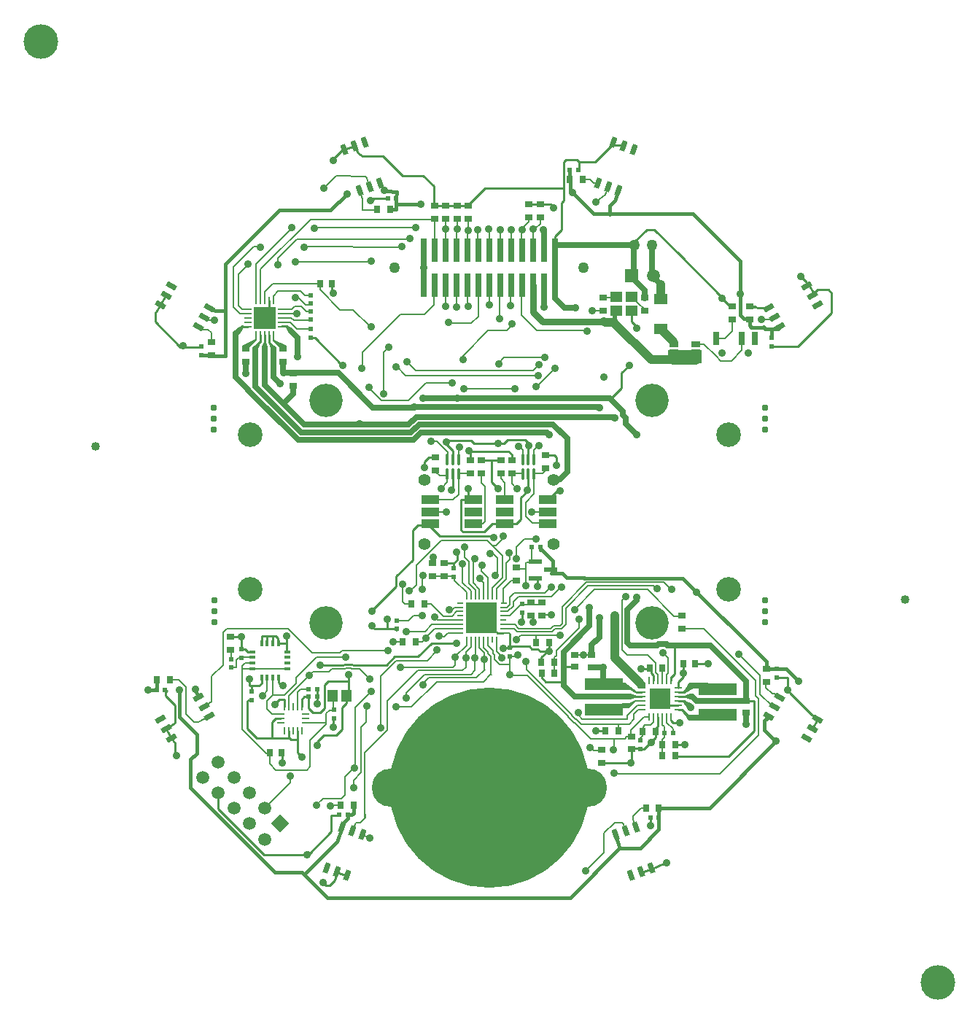
<source format=gtl>
%FSLAX25Y25*%
%MOIN*%
G70*
G01*
G75*
G04 Layer_Physical_Order=1*
G04 Layer_Color=255*
%ADD10R,0.03543X0.02756*%
%ADD11R,0.02756X0.03543*%
%ADD12R,0.01969X0.02362*%
%ADD13R,0.02362X0.01969*%
%ADD14R,0.07874X0.03937*%
G04:AMPARAMS|DCode=15|XSize=24mil|YSize=47mil|CornerRadius=0mil|HoleSize=0mil|Usage=FLASHONLY|Rotation=200.000|XOffset=0mil|YOffset=0mil|HoleType=Round|Shape=Rectangle|*
%AMROTATEDRECTD15*
4,1,4,0.00324,0.02619,0.01931,-0.01798,-0.00324,-0.02619,-0.01931,0.01798,0.00324,0.02619,0.0*
%
%ADD15ROTATEDRECTD15*%

G04:AMPARAMS|DCode=16|XSize=24mil|YSize=47mil|CornerRadius=0mil|HoleSize=0mil|Usage=FLASHONLY|Rotation=340.000|XOffset=0mil|YOffset=0mil|HoleType=Round|Shape=Rectangle|*
%AMROTATEDRECTD16*
4,1,4,-0.01931,-0.01798,-0.00324,0.02619,0.01931,0.01798,0.00324,-0.02619,-0.01931,-0.01798,0.0*
%
%ADD16ROTATEDRECTD16*%

G04:AMPARAMS|DCode=17|XSize=24mil|YSize=47mil|CornerRadius=0mil|HoleSize=0mil|Usage=FLASHONLY|Rotation=120.000|XOffset=0mil|YOffset=0mil|HoleType=Round|Shape=Rectangle|*
%AMROTATEDRECTD17*
4,1,4,0.02635,0.00136,-0.01435,-0.02214,-0.02635,-0.00136,0.01435,0.02214,0.02635,0.00136,0.0*
%
%ADD17ROTATEDRECTD17*%

%ADD18R,0.03543X0.03150*%
%ADD19R,0.03150X0.03543*%
%ADD20R,0.17300X0.05650*%
%ADD21O,0.01378X0.05906*%
G04:AMPARAMS|DCode=22|XSize=24mil|YSize=47mil|CornerRadius=0mil|HoleSize=0mil|Usage=FLASHONLY|Rotation=240.000|XOffset=0mil|YOffset=0mil|HoleType=Round|Shape=Rectangle|*
%AMROTATEDRECTD22*
4,1,4,-0.01435,0.02214,0.02635,-0.00136,0.01435,-0.02214,-0.02635,0.00136,-0.01435,0.02214,0.0*
%
%ADD22ROTATEDRECTD22*%

%ADD23R,0.05512X0.04724*%
%ADD24C,0.04000*%
%ADD25R,0.06299X0.05118*%
%ADD26R,0.02913X0.11004*%
%ADD27R,0.04724X0.05512*%
%ADD28R,0.03150X0.01181*%
%ADD29R,0.01181X0.03150*%
%ADD30O,0.03347X0.00984*%
%ADD31O,0.00984X0.03347*%
%ADD32O,0.03150X0.00984*%
%ADD33O,0.00984X0.03150*%
%ADD34R,0.14173X0.14173*%
%ADD35R,0.09843X0.09843*%
%ADD36O,0.00984X0.03740*%
%ADD37O,0.03740X0.00984*%
%ADD38R,0.09449X0.09449*%
%ADD39R,0.05906X0.02362*%
%ADD40R,0.04000X0.02800*%
%ADD41R,0.02756X0.05906*%
%ADD42C,0.02500*%
%ADD43C,0.04000*%
%ADD44C,0.00800*%
%ADD45C,0.01500*%
%ADD46C,0.01000*%
%ADD47C,0.03000*%
%ADD48C,0.02000*%
%ADD49R,0.15800X0.06400*%
%ADD50C,0.15800*%
%ADD51C,0.03100*%
%ADD52C,0.05512*%
%ADD53C,0.05000*%
%ADD54R,0.05906X0.05906*%
%ADD55C,0.05906*%
%ADD56P,0.08352X4X180.0*%
%ADD57C,0.03543*%
%ADD58C,0.03500*%
%ADD59C,0.11200*%
%ADD60C,0.15200*%
%ADD61C,0.17500*%
%ADD62C,0.91500*%
%ADD63C,0.02598*%
G36*
X492566Y314400D02*
X491900D01*
X488400Y315600D01*
X491666Y316800D01*
X492566D01*
Y314400D01*
D02*
G37*
G36*
X493300Y319200D02*
X489000Y317100D01*
X488900Y318000D01*
X491300Y321500D01*
X493500Y321600D01*
X493300Y319200D01*
D02*
G37*
G36*
X467300Y318100D02*
X466800Y317200D01*
X464300Y318500D01*
X459650D01*
Y322100D01*
X462200D01*
X467300Y318100D01*
D02*
G37*
G36*
X468932Y315600D02*
X464400Y314400D01*
X462600D01*
Y316800D01*
X464300D01*
X468932Y315600D01*
D02*
G37*
G36*
X491800Y307000D02*
X492000Y305000D01*
X491000Y304900D01*
X487700Y309300D01*
X488300Y310000D01*
X491800Y307000D01*
D02*
G37*
G36*
X492900Y312200D02*
X493100Y309800D01*
X490900Y309900D01*
X488500Y313400D01*
X489100Y314100D01*
X492900Y312200D01*
D02*
G37*
G36*
X467000Y313300D02*
X463900Y310300D01*
X460750D01*
X460850Y312500D01*
X464200D01*
X466700Y314000D01*
X467000Y313300D01*
D02*
G37*
G36*
X471600Y321900D02*
Y319500D01*
X467950D01*
Y321651D01*
X469900Y323550D01*
X471600Y321900D01*
D02*
G37*
G36*
X307500Y475900D02*
X304700Y475600D01*
X304000Y475300D01*
X301100Y478300D01*
X301800Y478700D01*
X307500Y475900D01*
D02*
G37*
G36*
X287800Y484300D02*
X286700Y482200D01*
X286200Y481800D01*
X284500Y483600D01*
X287000Y485300D01*
X287800D01*
Y484300D01*
D02*
G37*
G36*
X310300Y483600D02*
X308600Y481800D01*
X308100Y482200D01*
X307000Y484300D01*
Y485300D01*
X307800D01*
X310300Y483600D01*
D02*
G37*
G36*
X293900Y478500D02*
X290500Y475100D01*
X287100Y475900D01*
X293200Y478900D01*
X293900Y478500D01*
D02*
G37*
G36*
X298650Y475100D02*
Y474650D01*
X296150D01*
Y475150D01*
X297000Y477500D01*
X298000D01*
X298650Y475100D01*
D02*
G37*
G36*
X295850Y477500D02*
X294600Y474700D01*
X292200D01*
Y475300D01*
X294900Y477900D01*
X295850Y477500D01*
D02*
G37*
G36*
X302600Y475400D02*
Y474800D01*
X300200D01*
X299000Y477650D01*
X299900Y478000D01*
X302600Y475400D01*
D02*
G37*
D10*
X423500Y534547D02*
D03*
Y540453D02*
D03*
X418000Y534547D02*
D03*
Y540453D02*
D03*
X488150Y352553D02*
D03*
Y346647D02*
D03*
X379600Y370597D02*
D03*
Y376503D02*
D03*
X391400Y417547D02*
D03*
Y423453D02*
D03*
X396400Y417547D02*
D03*
Y423453D02*
D03*
X375400Y424953D02*
D03*
Y419047D02*
D03*
X425900Y425953D02*
D03*
Y420047D02*
D03*
X451600Y285447D02*
D03*
Y291353D02*
D03*
X273000Y477453D02*
D03*
Y471547D02*
D03*
X526750Y322447D02*
D03*
Y328353D02*
D03*
X519000Y493953D02*
D03*
Y488047D02*
D03*
X281950Y342953D02*
D03*
Y337047D02*
D03*
X405400Y417547D02*
D03*
Y423453D02*
D03*
X410400Y423453D02*
D03*
Y417547D02*
D03*
X288800Y474553D02*
D03*
Y468647D02*
D03*
X305800Y474553D02*
D03*
Y468647D02*
D03*
X375000Y534047D02*
D03*
Y539953D02*
D03*
X380000Y534047D02*
D03*
Y539953D02*
D03*
X385500Y534047D02*
D03*
Y539953D02*
D03*
X390500Y534047D02*
D03*
Y539953D02*
D03*
X419000Y358453D02*
D03*
Y352547D02*
D03*
X374200Y370597D02*
D03*
Y376503D02*
D03*
X511000Y488047D02*
D03*
Y493953D02*
D03*
X452000Y492047D02*
D03*
Y497953D02*
D03*
X471000Y497953D02*
D03*
Y492047D02*
D03*
X412500Y374453D02*
D03*
Y368547D02*
D03*
X424000Y358453D02*
D03*
Y352547D02*
D03*
D11*
X364547Y358000D02*
D03*
X370453D02*
D03*
X429853Y331350D02*
D03*
X423947D02*
D03*
X423997Y326300D02*
D03*
X429903D02*
D03*
X475953Y299500D02*
D03*
X470047D02*
D03*
X484953Y288500D02*
D03*
X479047D02*
D03*
X479047Y293500D02*
D03*
X484953D02*
D03*
X348797Y538350D02*
D03*
X354703D02*
D03*
X254053Y323200D02*
D03*
X248147D02*
D03*
X332047Y266000D02*
D03*
X337953D02*
D03*
X471697Y264750D02*
D03*
X477603D02*
D03*
X442853Y551800D02*
D03*
X436947D02*
D03*
X479203Y328500D02*
D03*
X473297D02*
D03*
X366303Y340650D02*
D03*
X360397D02*
D03*
X453047Y300000D02*
D03*
X458953D02*
D03*
X427403Y340450D02*
D03*
X421497D02*
D03*
D12*
X357900Y346481D02*
D03*
Y350418D02*
D03*
X383650Y374319D02*
D03*
Y370381D02*
D03*
X318431Y491731D02*
D03*
Y487794D02*
D03*
X318400Y483669D02*
D03*
Y479731D02*
D03*
X268500Y471531D02*
D03*
Y475468D02*
D03*
X531400Y328219D02*
D03*
Y324282D02*
D03*
X529000Y479468D02*
D03*
Y475531D02*
D03*
X286800Y337268D02*
D03*
Y333331D02*
D03*
X282250Y332769D02*
D03*
Y328832D02*
D03*
X291500Y317969D02*
D03*
Y314032D02*
D03*
X329000Y309469D02*
D03*
Y305532D02*
D03*
X409500Y334032D02*
D03*
Y337968D02*
D03*
X318300Y499068D02*
D03*
Y495131D02*
D03*
X469000Y295468D02*
D03*
Y291531D02*
D03*
X415000Y354031D02*
D03*
Y357968D02*
D03*
D13*
X423468Y384000D02*
D03*
X419531D02*
D03*
X321468Y319000D02*
D03*
X317531D02*
D03*
X321468Y315500D02*
D03*
X317531D02*
D03*
X357618Y543350D02*
D03*
X353681D02*
D03*
X247982Y318550D02*
D03*
X251919Y318550D02*
D03*
X335469Y261500D02*
D03*
X331532D02*
D03*
X477619Y260250D02*
D03*
X473681D02*
D03*
X436932Y556300D02*
D03*
X440869D02*
D03*
X483968Y299000D02*
D03*
X480031D02*
D03*
D14*
X407063Y405512D02*
D03*
X426748D02*
D03*
Y400000D02*
D03*
X407063D02*
D03*
X426748Y394488D02*
D03*
X407063D02*
D03*
X392937D02*
D03*
X373252D02*
D03*
Y400000D02*
D03*
X392937D02*
D03*
X373252Y405512D02*
D03*
X392937D02*
D03*
D15*
X343278Y569107D02*
D03*
X350119Y550313D02*
D03*
X345420Y548603D02*
D03*
X340722Y546893D02*
D03*
X338580Y567397D02*
D03*
X333881Y565687D02*
D03*
X464722Y233893D02*
D03*
X457881Y252687D02*
D03*
X462580Y254397D02*
D03*
X467278Y256107D02*
D03*
X469420Y235603D02*
D03*
X474119Y237313D02*
D03*
D16*
X325881D02*
D03*
X332722Y256107D02*
D03*
X337420Y254397D02*
D03*
X342119Y252687D02*
D03*
X330580Y235603D02*
D03*
X335278Y233893D02*
D03*
X466119Y565687D02*
D03*
X459278Y546893D02*
D03*
X454580Y548603D02*
D03*
X449881Y550313D02*
D03*
X461420Y567397D02*
D03*
X456722Y569107D02*
D03*
D17*
X550160Y494670D02*
D03*
X532840Y484670D02*
D03*
X530340Y489000D02*
D03*
X527840Y493330D02*
D03*
X547660Y499000D02*
D03*
X545160Y503330D02*
D03*
X249840Y305330D02*
D03*
X267160Y315330D02*
D03*
X269660Y311000D02*
D03*
X272160Y306670D02*
D03*
X252340Y301000D02*
D03*
X254840Y296670D02*
D03*
D18*
X310500Y463256D02*
D03*
Y457744D02*
D03*
X446950Y334606D02*
D03*
Y329094D02*
D03*
X465000Y297256D02*
D03*
Y291744D02*
D03*
X517500Y308244D02*
D03*
Y313756D02*
D03*
X439050Y334706D02*
D03*
Y329194D02*
D03*
D19*
X305256Y289800D02*
D03*
X299744D02*
D03*
X494256Y330500D02*
D03*
X488744D02*
D03*
X322744Y504200D02*
D03*
X328256D02*
D03*
D20*
X504600Y307275D02*
D03*
Y318925D02*
D03*
X452500Y309675D02*
D03*
Y321325D02*
D03*
D21*
X415341Y417154D02*
D03*
X417900D02*
D03*
X420459D02*
D03*
X415341Y423846D02*
D03*
X417900D02*
D03*
X420459D02*
D03*
X380941Y417154D02*
D03*
X383500D02*
D03*
X386059D02*
D03*
X380941Y423846D02*
D03*
X383500D02*
D03*
X386059D02*
D03*
D22*
X254840Y503330D02*
D03*
X272160Y493330D02*
D03*
X269660Y489000D02*
D03*
X267160Y484670D02*
D03*
X252340Y499000D02*
D03*
X249840Y494670D02*
D03*
X545160Y296670D02*
D03*
X527840Y306670D02*
D03*
X530340Y311000D02*
D03*
X532840Y315330D02*
D03*
X547660Y301000D02*
D03*
X550160Y305330D02*
D03*
D23*
X458000Y491850D02*
D03*
Y498150D02*
D03*
X465000Y491850D02*
D03*
Y498150D02*
D03*
D24*
X590000Y360000D02*
D03*
X220000Y430000D02*
D03*
D25*
X478500Y497390D02*
D03*
Y483610D02*
D03*
D26*
X370000Y503698D02*
D03*
X430000D02*
D03*
X425000D02*
D03*
X420000D02*
D03*
X415000D02*
D03*
Y519702D02*
D03*
X420000D02*
D03*
X425000D02*
D03*
X430000D02*
D03*
X410000D02*
D03*
Y503698D02*
D03*
X405000D02*
D03*
Y519702D02*
D03*
X400000D02*
D03*
Y503698D02*
D03*
X395000D02*
D03*
Y519702D02*
D03*
X390000Y503698D02*
D03*
Y519702D02*
D03*
X385000D02*
D03*
Y503698D02*
D03*
X380000D02*
D03*
Y519702D02*
D03*
X375000D02*
D03*
Y503698D02*
D03*
X370000Y519702D02*
D03*
D27*
X328350Y316000D02*
D03*
X334650D02*
D03*
D28*
X291926Y328361D02*
D03*
Y330921D02*
D03*
Y333479D02*
D03*
Y336039D02*
D03*
X307674D02*
D03*
Y333479D02*
D03*
Y330921D02*
D03*
Y328361D02*
D03*
D29*
X295961Y340074D02*
D03*
X298520D02*
D03*
X301080D02*
D03*
X303639D02*
D03*
Y324326D02*
D03*
X301080D02*
D03*
X298520D02*
D03*
X295961D02*
D03*
D30*
X316110Y307469D02*
D03*
Y305500D02*
D03*
Y303532D02*
D03*
X304890D02*
D03*
Y305500D02*
D03*
Y307469D02*
D03*
X289724Y492637D02*
D03*
Y490668D02*
D03*
Y488700D02*
D03*
Y486731D02*
D03*
Y484763D02*
D03*
X305276D02*
D03*
Y486731D02*
D03*
Y488700D02*
D03*
Y490668D02*
D03*
Y492637D02*
D03*
D31*
X314437Y299890D02*
D03*
X312469D02*
D03*
X310500D02*
D03*
X308531D02*
D03*
X306563D02*
D03*
Y311110D02*
D03*
X308531D02*
D03*
X310500D02*
D03*
X312469D02*
D03*
X314437D02*
D03*
X301437Y496476D02*
D03*
X299468D02*
D03*
X297500D02*
D03*
X295532D02*
D03*
X293563D02*
D03*
Y480924D02*
D03*
X295532D02*
D03*
X297500D02*
D03*
X299468D02*
D03*
X301437D02*
D03*
D32*
X406442Y344610D02*
D03*
Y346579D02*
D03*
Y348547D02*
D03*
Y350516D02*
D03*
Y352484D02*
D03*
Y354453D02*
D03*
Y356421D02*
D03*
X406652Y358390D02*
D03*
X386757D02*
D03*
Y356421D02*
D03*
Y354453D02*
D03*
Y352484D02*
D03*
Y350516D02*
D03*
Y348547D02*
D03*
Y346579D02*
D03*
Y344610D02*
D03*
D33*
X403490Y361343D02*
D03*
X401521D02*
D03*
X399553D02*
D03*
X397584D02*
D03*
X395616D02*
D03*
X393647D02*
D03*
X391679D02*
D03*
X389710D02*
D03*
Y341657D02*
D03*
X391679D02*
D03*
X393647D02*
D03*
X395616D02*
D03*
X397584D02*
D03*
X399553D02*
D03*
X401521D02*
D03*
X403490D02*
D03*
D34*
X396600Y351500D02*
D03*
D35*
X297500Y488700D02*
D03*
D36*
X473179Y306332D02*
D03*
X475147D02*
D03*
X477116D02*
D03*
X479084D02*
D03*
X481053D02*
D03*
X483021D02*
D03*
Y322868D02*
D03*
X481053D02*
D03*
X479084D02*
D03*
X477116D02*
D03*
X475147D02*
D03*
X473179D02*
D03*
D37*
X486368Y309679D02*
D03*
Y311647D02*
D03*
Y313616D02*
D03*
Y315584D02*
D03*
Y317553D02*
D03*
Y319521D02*
D03*
X469832D02*
D03*
Y317553D02*
D03*
Y315584D02*
D03*
Y313616D02*
D03*
Y311647D02*
D03*
Y309679D02*
D03*
D38*
X478100Y314600D02*
D03*
D39*
X428043Y373500D02*
D03*
X420957Y369760D02*
D03*
Y377240D02*
D03*
D40*
X484387Y472993D02*
D03*
X484383Y469255D02*
D03*
X494600D02*
D03*
Y472995D02*
D03*
X484383Y476735D02*
D03*
X494600D02*
D03*
D41*
X515453Y479390D02*
D03*
X521358D02*
D03*
X503642D02*
D03*
D42*
X484000Y477000D02*
Y478000D01*
X478500Y483500D02*
Y483610D01*
X439150Y315600D02*
X464100D01*
X366683Y443367D02*
X457283D01*
X301400Y461700D02*
X304600Y458500D01*
X462450Y440300D02*
Y442883D01*
Y440300D02*
X467450Y435300D01*
X461115Y444218D02*
X462450Y442883D01*
X461115Y444218D02*
Y445846D01*
X455480Y451480D02*
X461115Y445846D01*
X501122Y339050D02*
X517400Y322772D01*
X481510Y339050D02*
X501122D01*
X481010Y339550D02*
X481510Y339050D01*
X477310Y339560D02*
X478493D01*
X476800Y339050D02*
X477310Y339560D01*
X464465Y339050D02*
X476800D01*
X478503Y339550D02*
X481010D01*
X463250Y340265D02*
X464465Y339050D01*
X452100Y321425D02*
Y329094D01*
X385400Y451800D02*
X455161D01*
X435700Y418400D02*
Y433550D01*
X429183Y440067D02*
X435700Y433550D01*
X368050Y440067D02*
X429183D01*
X363216Y439900D02*
X366683Y443367D01*
X368850Y436200D02*
X426500D01*
X306000Y449600D02*
X310450Y454050D01*
X293150Y457267D02*
Y474500D01*
X297400Y458000D02*
Y475150D01*
X284200Y461500D02*
X289850Y455850D01*
X284200Y461500D02*
Y481500D01*
X463250Y355350D02*
X467450Y359550D01*
X463250Y340265D02*
Y355350D01*
X434100Y320650D02*
X439150Y315600D01*
X425000Y518400D02*
Y519702D01*
X369900Y451800D02*
X385400D01*
X284300Y481600D02*
X285150Y482450D01*
X492100Y315600D02*
X492828D01*
X494828Y313600D01*
X492091Y320500D02*
X499400D01*
X491900Y305800D02*
X503109D01*
X370000Y505500D02*
Y511600D01*
Y515600D01*
X430200Y414900D02*
X432400D01*
X435500Y418000D01*
X309400Y482600D02*
X312300Y479700D01*
Y471100D02*
Y479700D01*
X301400Y461700D02*
Y474700D01*
X310450Y454050D02*
Y457300D01*
X341400Y439900D02*
X363216D01*
X517450Y313806D02*
Y322450D01*
X425000Y519702D02*
Y528900D01*
X425050Y493650D02*
Y503250D01*
X297400Y458000D02*
X315400Y440000D01*
X340800D01*
X293150Y457267D02*
X314167Y436250D01*
X364233D01*
X368050Y440067D01*
X289850Y455750D02*
X312650Y432950D01*
X365600D01*
X368850Y436200D01*
X434100Y320650D02*
Y322400D01*
Y336100D01*
X467450Y359550D02*
Y360850D01*
X464700Y507600D02*
X471100Y501200D01*
X466200Y509100D02*
Y521700D01*
X466500Y522000D01*
X331100Y463500D02*
X346850Y447750D01*
X365471D01*
X450450Y342750D02*
Y351250D01*
X446900Y339200D02*
X450450Y342750D01*
X305800Y463800D02*
Y468647D01*
X288800Y463500D02*
Y468647D01*
X517500Y303300D02*
Y308244D01*
X434300Y493400D02*
X439300D01*
X321350Y463500D02*
X331100D01*
X430100Y497600D02*
X434300Y493400D01*
X430300Y522100D02*
X465300D01*
X474500Y508000D02*
X478500Y504000D01*
X474500Y508000D02*
Y522000D01*
X306100Y463500D02*
X321100D01*
X365700Y447979D02*
X450400Y447901D01*
X446900Y334606D02*
Y339200D01*
X430100Y497600D02*
Y519600D01*
X471100Y497700D02*
Y501200D01*
X464700Y507600D02*
X466200Y509100D01*
X426550Y436250D02*
X427371Y435475D01*
X494828Y313600D02*
X517500D01*
X446950Y329094D02*
X452100D01*
X445800Y347800D02*
Y355900D01*
X434100Y336100D02*
X445800Y347800D01*
D43*
X478500Y483500D02*
X484000Y478000D01*
X483995Y469505D02*
X484245Y469255D01*
X474000Y469500D02*
X483995Y469505D01*
X484383Y469255D02*
X494600D01*
X484245D02*
X484383D01*
X478500Y497500D02*
Y504000D01*
X457450Y333200D02*
X468850Y321800D01*
X453000Y486500D02*
X457000D01*
X457500Y486000D01*
X474000Y469500D01*
X457450Y333200D02*
Y352700D01*
X452500Y487000D02*
X453000Y486500D01*
D44*
X511000Y482500D02*
Y488000D01*
X507890Y479390D02*
X511000Y482500D01*
X503642Y479390D02*
X507890D01*
X522800Y493100D02*
X527500D01*
X519000Y493953D02*
X521947D01*
X371000Y459000D02*
X383000D01*
X363000Y451000D02*
X371000Y459000D01*
X350692Y451000D02*
X363000D01*
X345000Y456692D02*
X350692Y451000D01*
X345000Y456692D02*
Y457000D01*
X387850Y367650D02*
Y374950D01*
X390750Y367150D02*
Y377450D01*
Y367150D02*
X393647Y364253D01*
X392700Y370828D02*
Y377350D01*
X393350Y378000D01*
X392700Y367625D02*
Y368700D01*
X392710Y368382D02*
Y370818D01*
X388000Y469500D02*
Y471400D01*
X457350Y280450D02*
X505450D01*
X457250Y280550D02*
X457350Y280450D01*
X457000Y291950D02*
Y296400D01*
X373940Y348550D02*
X378686D01*
X370750Y345360D02*
X373940Y348550D01*
X374979Y346579D02*
X386757D01*
X371000Y342600D02*
X374979Y346579D01*
X377450Y343000D02*
X379350D01*
X381000Y344650D01*
X401400Y384750D02*
X403150D01*
X404300Y468000D02*
X406900Y470600D01*
X403200Y468000D02*
X404300D01*
X405000Y519702D02*
Y529100D01*
X399553Y361343D02*
Y370047D01*
X396500Y373100D02*
X399553Y370047D01*
X396500Y373100D02*
Y375300D01*
X397584Y361343D02*
Y367616D01*
X396450Y368750D02*
X397584Y367616D01*
X396450Y368750D02*
Y369400D01*
X366800Y366750D02*
Y375750D01*
X362210Y345360D02*
X370750D01*
X378689Y348547D02*
X386757D01*
X381000Y344650D02*
X386718D01*
X270181Y311331D02*
X273200Y313250D01*
X269660Y311000D02*
X270181Y311331D01*
X465750Y259200D02*
Y261000D01*
X530550Y316800D02*
X531890Y315460D01*
X529350Y316800D02*
X530550D01*
X523778Y316722D02*
X529352Y311148D01*
X523778Y316722D02*
Y325222D01*
X449200Y541850D02*
X453150Y545100D01*
X454580Y548603D01*
X446200Y551800D02*
X447687Y550313D01*
X449881D01*
X443650Y551850D02*
X446127D01*
X442050Y303050D02*
X464113D01*
X463837Y310600D02*
X466837Y313600D01*
X452925Y310600D02*
X463837D01*
X444600Y367800D02*
X479700D01*
X388000Y471400D02*
X399600Y483000D01*
X342250Y538000D02*
Y542950D01*
Y538000D02*
X348000D01*
X340722Y546893D02*
X342250Y542950D01*
X330200Y553500D02*
X343650Y553450D01*
X345420Y548603D01*
X325500Y548800D02*
X330200Y553500D01*
X376550Y350500D02*
X386742D01*
X389300Y333200D02*
Y335800D01*
X400100Y494600D02*
Y503100D01*
X373252Y400000D02*
X380400D01*
X370831D02*
X373252D01*
X420500Y417547D02*
X424447D01*
X420500D02*
Y418213D01*
X426748Y400000D02*
X428500D01*
X420700D02*
X426748D01*
X476250Y326600D02*
Y330850D01*
Y326600D02*
X477116Y325734D01*
Y322868D02*
Y325734D01*
X481900Y326365D02*
Y333250D01*
X481074Y325538D02*
X481900Y326365D01*
X481053Y322868D02*
Y325538D01*
X399553Y338947D02*
Y341657D01*
X409550Y331600D02*
Y333900D01*
X391679Y338179D02*
Y341657D01*
X389300Y335800D02*
X391679Y338179D01*
X366353Y340500D02*
X368750D01*
X368600Y340500D02*
X369500D01*
X371200Y342200D01*
X372438Y324138D02*
X394138D01*
X369600Y321300D02*
X372438Y324138D01*
X382050Y486150D02*
X391950D01*
X395000Y489200D01*
X342119Y252187D02*
X345450Y250850D01*
X339000Y257950D02*
X341100D01*
X361850Y462300D02*
X422000D01*
X366400Y464600D02*
X420100D01*
X383000Y355200D02*
X384150Y356350D01*
X381826Y355200D02*
X383000D01*
X351850Y455350D02*
Y473050D01*
X399600Y483000D02*
X408000D01*
X420100Y464600D02*
X422700Y467200D01*
X384150Y356350D02*
X385900D01*
X384150Y368750D02*
X389710Y363190D01*
Y361343D02*
Y363190D01*
X391679Y361343D02*
Y363821D01*
X479700Y367800D02*
X482700Y364800D01*
X475150Y366200D02*
X476550Y364800D01*
X460800Y337100D02*
Y359600D01*
X461400Y360200D01*
X321150Y333500D02*
X334150D01*
X311850Y324200D02*
X321150Y333500D01*
X332864Y336714D02*
X353850D01*
X338800Y283700D02*
Y310700D01*
X324050Y269000D02*
X332400D01*
X343200Y289900D02*
X353500Y300200D01*
X338800Y310700D02*
X346200Y318100D01*
X409400Y378200D02*
Y380900D01*
X461400Y360200D02*
X462200Y360600D01*
X381041Y424147D02*
Y427159D01*
X376000Y432200D02*
X381041Y427159D01*
X373700Y432200D02*
X376000D01*
X280050Y346600D02*
X308250D01*
X319587Y326900D02*
X326672D01*
X421900Y482800D02*
X443600D01*
X414900Y489800D02*
X421900Y482800D01*
X362000Y315100D02*
Y317400D01*
X341600Y280800D02*
Y301600D01*
X353500Y300200D02*
Y313500D01*
X364600Y310950D02*
X376050Y322400D01*
X397300D01*
X357600Y332100D02*
X371700D01*
X350300Y324800D02*
X357600Y332100D01*
X371700D02*
X376200Y336600D01*
X278300Y344850D02*
X280050Y346600D01*
X282300Y328850D02*
X284600D01*
Y332400D01*
X285531Y333331D01*
X286800D01*
X458953Y300000D02*
Y303047D01*
X462900Y297300D02*
X464900D01*
X462000Y296400D02*
X462900Y297300D01*
X464113Y303050D02*
X466200Y305137D01*
X334100Y270700D02*
Y279000D01*
X332400Y269000D02*
X334100Y270700D01*
X396400Y413400D02*
Y417547D01*
X380900Y413600D02*
Y416500D01*
X378300Y411100D02*
X380900Y413600D01*
X327100Y309400D02*
X328900D01*
X325500Y307800D02*
X327100Y309400D01*
X328800Y310469D02*
Y315300D01*
X318200Y295600D02*
X325500Y302900D01*
X318200Y283463D02*
Y295600D01*
X424447Y417547D02*
X426200Y419300D01*
X464900Y300400D02*
X470848Y306348D01*
X464900Y297300D02*
Y300400D01*
X470000Y297700D02*
Y299400D01*
X469000Y296700D02*
X470000Y297700D01*
X469000Y295468D02*
Y296700D01*
X479100Y302700D02*
X480000Y301900D01*
X479100Y302700D02*
Y306332D01*
X479000Y295800D02*
X480000Y296800D01*
X484000Y299500D02*
Y300800D01*
X481053Y303747D02*
X484000Y300800D01*
X481053Y303747D02*
Y306332D01*
X479000Y294100D02*
Y295800D01*
X282250Y332769D02*
Y337000D01*
X309431Y488731D02*
X310663Y487500D01*
X318106D01*
X386200Y417547D02*
X391400D01*
X316369Y491731D02*
X318431D01*
X301368Y496507D02*
Y498668D01*
X390200Y520302D02*
Y528400D01*
X385200Y520102D02*
Y529200D01*
X293563Y496476D02*
Y502337D01*
X301437Y478437D02*
Y480924D01*
X410400Y417547D02*
X415253D01*
X415341Y423846D02*
Y428359D01*
X420459Y423846D02*
Y428259D01*
X466837Y313600D02*
X469311D01*
X286032Y490668D02*
X289724D01*
X287063Y492637D02*
X289724D01*
X395616Y361343D02*
Y364710D01*
X401521Y361343D02*
Y365121D01*
X403490Y361343D02*
Y364790D01*
X302500Y282100D02*
X316837D01*
X318200Y283463D01*
X475147Y303847D02*
Y306332D01*
X473800Y302500D02*
X475147Y303847D01*
X471100Y302500D02*
X473800D01*
X470300Y301700D02*
X471100Y302500D01*
X470300Y300000D02*
Y301700D01*
X400100Y519802D02*
Y529100D01*
X420000Y519702D02*
Y529100D01*
X375900Y418000D02*
X377400Y416500D01*
X380900D01*
X285500Y494200D02*
X287063Y492637D01*
X393647Y361343D02*
Y364253D01*
X328400Y266000D02*
X332047D01*
X301368Y498668D02*
X303600Y500900D01*
X375000Y519702D02*
Y533800D01*
X414900Y489800D02*
Y499600D01*
X300932Y307469D02*
X304890D01*
X301080Y320679D02*
Y324326D01*
X288320Y330921D02*
X291926D01*
X301100Y318100D02*
Y320800D01*
Y316300D02*
Y318000D01*
X287539Y328361D02*
X291926D01*
X287100Y300700D02*
X298200Y289600D01*
X287100Y300700D02*
Y329700D01*
X288320Y330921D01*
X283100Y493600D02*
X286032Y490668D01*
X309000Y276200D02*
Y279150D01*
X410000Y519702D02*
Y528900D01*
X389300Y328900D02*
Y333200D01*
X395000Y489200D02*
Y501300D01*
X423300Y531672D02*
Y533400D01*
X421128Y529500D02*
X423300Y531672D01*
X298500Y309900D02*
X300932Y307469D01*
X298500Y309900D02*
Y313700D01*
X301100Y316300D01*
X418000Y532600D02*
Y534200D01*
X415000Y529600D02*
X418000Y532600D01*
X403150Y384750D02*
X406350Y387950D01*
X338200Y273900D02*
Y277400D01*
X341600Y280800D01*
Y301600D02*
X343900Y303900D01*
X384550Y333850D02*
X389710Y339010D01*
Y341657D01*
X313725Y500900D02*
X315625Y499000D01*
X318169D01*
X303600Y500900D02*
X313725D01*
X314200Y493900D02*
X316369Y491731D01*
X313100Y497500D02*
X316000Y494600D01*
X408000Y483000D02*
X410450Y485450D01*
X350300Y301700D02*
Y324800D01*
X285500Y494200D02*
Y508600D01*
X289750Y512850D01*
X410500Y412800D02*
Y417300D01*
Y412800D02*
X412600Y410700D01*
X296350Y315800D02*
X296800Y315350D01*
X297325Y316925D02*
X298520Y318121D01*
Y324326D01*
X312469Y311110D02*
Y317518D01*
X313950Y319000D01*
X308531Y311110D02*
Y315844D01*
X301100Y316300D02*
X306550D01*
X311850Y321600D01*
Y324200D01*
X293563Y478663D02*
Y480924D01*
X309843Y492668D02*
X311075Y493900D01*
X314200D01*
X309137Y486763D02*
X312231Y483669D01*
X318400D01*
X289803Y474903D02*
X293563Y478663D01*
X301437Y478437D02*
X305174Y474700D01*
X303497Y513123D02*
Y515947D01*
X312250Y524700D01*
X295532Y496476D02*
Y510831D01*
X318300Y533600D01*
X293600Y502300D02*
Y513450D01*
X283100Y493600D02*
Y511950D01*
X292350Y521200D01*
X318300Y533600D02*
X374600D01*
X269200Y483400D02*
X271500D01*
X273050Y481850D01*
X272000Y487500D02*
X274400D01*
X526400Y319750D02*
Y321850D01*
Y319750D02*
X529350Y316800D01*
X514200Y334800D02*
X523778Y325222D01*
X465750Y261000D02*
X469500Y264750D01*
X471697D01*
X466200Y305137D02*
Y307650D01*
X468229Y309679D01*
X469832D01*
X394700Y519900D02*
Y528800D01*
X301050Y504200D02*
X322744D01*
X297500Y496476D02*
Y500650D01*
X297550Y500700D02*
X301050Y504200D01*
X359300Y490400D02*
X370600D01*
X322850Y501500D02*
Y503750D01*
Y501500D02*
X331900Y492450D01*
X337900D01*
X345750Y484600D01*
X439790Y305310D02*
X442050Y303050D01*
X409550Y325400D02*
X417350D01*
X437710Y307032D02*
X439432Y305310D01*
X417350Y325400D02*
X436120Y306630D01*
Y306374D02*
X438774Y303720D01*
X439030D02*
X446350Y296400D01*
X273200Y313250D02*
Y325000D01*
X278300Y330100D01*
Y344850D01*
X254450Y323200D02*
X258050D01*
X261440Y317382D02*
Y319818D01*
X259718Y321540D02*
X261440Y319818D01*
X258050Y323200D02*
X259710Y321540D01*
X261350Y307600D02*
Y317292D01*
Y307600D02*
X265000Y303950D01*
X267150D02*
X272160Y306670D01*
X265000Y303950D02*
X267150D01*
X370600Y490400D02*
X374950Y494750D01*
Y502948D01*
X342000Y466900D02*
Y473100D01*
X359300Y490400D01*
X472450Y334650D02*
X476250Y330850D01*
X460800Y337100D02*
X463250Y334650D01*
X472450D01*
X383500Y405500D02*
X386100Y408100D01*
X397000Y394500D02*
X398150Y395650D01*
Y411650D01*
X396400Y413400D02*
X398150Y411650D01*
X405400Y415200D02*
Y417547D01*
Y415200D02*
X407200Y413400D01*
Y405600D02*
Y413400D01*
X387850Y367650D02*
X391679Y363821D01*
X366800Y375750D02*
X378100Y387050D01*
X388900Y379300D02*
X390750Y377450D01*
X388900Y379300D02*
Y383350D01*
X429903Y326300D02*
Y330997D01*
X429853Y331350D02*
Y333503D01*
X430650Y334300D01*
Y336650D01*
X365550Y352700D02*
X369400D01*
X363250Y350400D02*
X365550Y352700D01*
X358100Y350400D02*
X363250D01*
X375750Y351300D02*
X376550Y350500D01*
X326672Y326900D02*
X328082Y328310D01*
X334052D01*
X334432Y328690D02*
X336868D01*
X392700Y367625D02*
X395616Y364710D01*
X400900Y381050D02*
X401800D01*
X403850Y379000D01*
Y372000D02*
Y379000D01*
X378100Y387050D02*
X399100D01*
X401400Y384750D01*
X416650Y397950D02*
X419800Y394800D01*
X416650Y397950D02*
Y404350D01*
X420500Y408200D01*
X457300Y258100D02*
X461050D01*
X452350Y253150D02*
X457300Y258100D01*
X444325Y236275D02*
X452350Y244300D01*
Y253150D01*
X331800Y335650D02*
X332864Y336714D01*
X308250Y346600D02*
X319200Y335650D01*
X331800D01*
X467697Y311647D02*
X469832D01*
X463100Y307050D02*
X467697Y311647D01*
X463100Y305450D02*
Y307050D01*
X442600Y305450D02*
X463100D01*
X441200Y306850D02*
X442600Y305450D01*
X441200Y306850D02*
Y307900D01*
X440750Y308350D02*
X441200Y307900D01*
X401521Y365121D02*
X406250Y369850D01*
Y379900D01*
X401400Y384750D02*
X406250Y379900D01*
X403490Y364790D02*
X407950Y369250D01*
Y376750D01*
X409400Y378200D01*
X505450Y280450D02*
X523000Y298000D01*
Y314750D01*
X521650Y316100D02*
X523000Y314750D01*
X488200Y346500D02*
X498050D01*
X521650Y322900D01*
Y316100D02*
Y322900D01*
X472500Y364500D02*
X484600Y352400D01*
X487950D01*
X448200Y364500D02*
X472500D01*
X439100Y355400D02*
X448200Y364500D01*
X445263Y366200D02*
X475150D01*
X291926Y328361D02*
X307674D01*
X325500Y302900D02*
Y303532D01*
Y307800D01*
X316110Y303532D02*
X325500D01*
X404642Y330350D02*
X409350D01*
X397890Y333190D02*
X397900Y333200D01*
X397890Y332655D02*
Y333190D01*
X397584Y338066D02*
Y341657D01*
X397900Y333200D02*
Y335501D01*
X395616Y337786D02*
Y341657D01*
Y337786D02*
X397900Y335501D01*
X299700Y284900D02*
X302500Y282100D01*
X299700Y284900D02*
Y288850D01*
X503633Y471273D02*
Y471367D01*
X505906Y469000D02*
X510700D01*
X503633Y471273D02*
X505906Y469000D01*
X510700D02*
X515500Y473800D01*
X498000Y477000D02*
X498265Y476735D01*
X503633Y471367D01*
X494600Y476735D02*
X498265D01*
X519170Y493330D02*
X522570D01*
X527730D01*
X527840D01*
X521947Y493953D02*
X522570Y493330D01*
X522800Y493100D01*
X527500D02*
X527730Y493330D01*
X524300Y487800D02*
X529300D01*
X471000Y492047D02*
Y492651D01*
X468249Y495403D02*
X471000Y492651D01*
X468097Y495403D02*
X468249D01*
X465500Y498000D02*
X468097Y495403D01*
X447047Y492047D02*
X452000D01*
X447000Y492095D02*
X447047Y492047D01*
X406794Y344600D02*
X409500D01*
X452000Y497953D02*
X457453D01*
X457500Y498000D01*
X343200Y260050D02*
Y289900D01*
X343500Y260350D02*
Y262000D01*
X353500Y313500D02*
X367500Y327500D01*
X387900D01*
X389300Y328900D01*
X446050Y292900D02*
X447950Y291000D01*
X451950D01*
X350400Y454100D02*
X351174Y454768D01*
X387850Y374950D02*
X389100Y376200D01*
X351174Y454768D02*
X351850Y455350D01*
Y473050D02*
X354100Y475300D01*
X479300Y335850D02*
X481900Y333250D01*
X320925Y265875D02*
X324050Y269000D01*
X334100Y279000D02*
X338800Y283700D01*
X356900Y340600D02*
X360450D01*
X457000Y291950D02*
X457650Y291300D01*
X446350Y296400D02*
X457000D01*
X462000D01*
X409550Y325500D02*
Y331550D01*
X470848Y306348D02*
X473179D01*
X313950Y319000D02*
X317600D01*
X375445Y370700D02*
X383650D01*
X384150D01*
Y368750D02*
Y370700D01*
X341100Y466000D02*
X342000Y466900D01*
X363275Y363225D02*
X366800Y366750D01*
X406350Y387950D02*
Y389100D01*
X414900Y519602D02*
Y529400D01*
X406900Y470600D02*
X425400D01*
X297325Y314825D02*
Y316925D01*
X308531Y315844D02*
X319587Y326900D01*
X421650Y457150D02*
X430000Y465500D01*
X465000Y498000D02*
X465500D01*
X390600Y394500D02*
X397000D01*
X409800Y495100D02*
Y503800D01*
X420459Y428259D02*
X423200Y431000D01*
X422500Y430600D02*
X423200Y431300D01*
X404900Y488200D02*
Y504800D01*
X413300Y430400D02*
X415341Y428359D01*
X378300Y409700D02*
Y411100D01*
X419800Y394800D02*
X429300D01*
X420500Y408200D02*
Y417547D01*
X439000Y334756D02*
X442750D01*
X442994Y334606D02*
X446900D01*
X293600Y513450D02*
X310000Y529850D01*
X319650Y529800D02*
X366300D01*
X380100Y519702D02*
Y529200D01*
X366300Y529800D02*
X366500D01*
X380100Y529200D02*
Y534100D01*
X312250Y524700D02*
X363700D01*
X385400Y528900D02*
Y534047D01*
Y534200D01*
X292350Y521200D02*
X295800D01*
X315850Y521142D02*
X360000Y521100D01*
X390500Y528000D02*
Y534247D01*
X371000Y405500D02*
X383500D01*
X386100Y408100D02*
Y418613D01*
X386159Y424147D02*
Y430841D01*
X388400Y456200D02*
X411900D01*
X357325Y466825D02*
X361850Y462300D01*
X269600Y488896D02*
X272000Y487500D01*
X311100Y514400D02*
X346700D01*
X362300Y468700D02*
X366400Y464600D01*
X529300Y487800D02*
X530500Y489000D01*
X298200Y289600D02*
X299850D01*
X343900Y303900D02*
Y311600D01*
X461050Y258100D02*
X462419Y254339D01*
X393647Y332947D02*
Y341657D01*
X357000Y310950D02*
X364600D01*
X337589Y254331D02*
X339000Y257950D01*
X341100D02*
X343200Y260050D01*
X343500Y260350D01*
X297400Y264600D02*
X309000Y276200D01*
X305207Y490700D02*
X311800D01*
X311400Y497500D02*
X313100D01*
X316000Y494600D02*
X318469D01*
X305207Y488731D02*
X309431D01*
X305207Y492668D02*
X309843D01*
X305207Y486763D02*
X309137D01*
X479100Y288550D02*
Y293700D01*
X480000Y296800D02*
Y301900D01*
X452100Y309775D02*
X452925Y310600D01*
X267109Y484579D02*
X269200Y483400D01*
X273050Y476903D02*
Y481850D01*
X271115Y306115D02*
X272900Y307900D01*
X327500Y265100D02*
X328400Y266000D01*
X465750Y259200D02*
X467098Y256030D01*
X532920Y315460D02*
X533940Y314830D01*
X531890Y315460D02*
X532920D01*
X518500Y494000D02*
X519170Y493330D01*
X527730D02*
X527900Y493500D01*
X443100Y551300D02*
X443650Y551850D01*
X286750Y333479D02*
X291926D01*
X443600Y482800D02*
X445000Y481400D01*
X390200Y493800D02*
Y503598D01*
X380000Y493600D02*
Y503498D01*
X385100Y493300D02*
Y503598D01*
X530435Y311148D02*
X531440Y310500D01*
X529352Y311148D02*
X530435D01*
X479084Y322883D02*
Y328566D01*
X515500Y473800D02*
Y479700D01*
X359438Y328862D02*
X359666Y329090D01*
X383590D01*
X384500Y330000D01*
Y333500D01*
X362000Y317400D02*
X370328Y325728D01*
X394138Y324138D02*
X398000Y328000D01*
X397900D02*
Y333200D01*
X370328Y325728D02*
X391728D01*
X393600Y327600D01*
Y333200D01*
X410500Y346590D02*
X411410D01*
X406442Y346579D02*
X410500Y346590D01*
X411000Y348547D02*
X411009Y348538D01*
X411710D01*
X406442Y348547D02*
X411000D01*
X434960Y355897D02*
X445263Y366200D01*
X433370Y349119D02*
Y356570D01*
X444600Y367800D01*
X434960Y348460D02*
Y355897D01*
X432341Y348090D02*
X433370Y349119D01*
X430000Y346500D02*
X433000D01*
X434960Y348460D01*
X406442Y354453D02*
X408453D01*
X406442Y356421D02*
X408173D01*
X409417Y357666D01*
X412550Y341600D02*
X414450Y343500D01*
X421300D01*
X428640Y345140D02*
X430000Y346500D01*
X427981Y346730D02*
X429341Y348090D01*
X432341D01*
X385264Y354453D02*
X386757D01*
X383072Y352260D02*
X385264Y354453D01*
X379240Y352260D02*
X383072D01*
X373500Y358000D02*
X379240Y352260D01*
X370500Y358000D02*
X373500D01*
X361500Y358000D02*
X364547D01*
X360500Y359000D02*
X361500Y358000D01*
X360500Y359000D02*
Y367500D01*
X412400Y378550D02*
Y383900D01*
X416000Y387500D01*
X421400Y387600D02*
X421700Y387900D01*
X416000Y387500D02*
X421500D01*
X416500Y365000D02*
X416750Y365250D01*
Y376750D02*
X417000Y377000D01*
X419500D01*
X416750Y365250D02*
Y373840D01*
Y376750D01*
X411800Y373840D02*
X416750D01*
X419500Y377000D02*
Y384000D01*
X416500Y365000D02*
Y365877D01*
X416802Y366179D02*
X416812D01*
X416500Y365877D02*
X416802Y366179D01*
X410047Y368547D02*
X412500D01*
X406500Y365000D02*
X410047Y368547D01*
X406500Y358500D02*
Y365000D01*
X406652Y358390D02*
Y358500D01*
X409417Y360917D02*
X411500Y363000D01*
X425500D01*
X428000Y365500D01*
X409417Y357666D02*
Y360917D01*
X408453Y354453D02*
X411007Y357007D01*
Y358917D01*
X413500Y361410D01*
X428568D01*
X432658Y365500D01*
X433000D01*
X406500Y352500D02*
X409500D01*
X414500Y357500D01*
X424000D01*
X411710Y348538D02*
X413519Y346730D01*
X411410Y346590D02*
X412860Y345140D01*
X441000Y347000D02*
Y350550D01*
X430650Y336650D02*
X441000Y347000D01*
X421300Y343550D02*
X431300D01*
X421300Y340647D02*
Y343550D01*
X412860Y345140D02*
X428640D01*
X413519Y346730D02*
X427981D01*
X424500Y353000D02*
X428500D01*
X424000Y352500D02*
X424500Y353000D01*
X419000Y352547D02*
X420547Y351000D01*
Y349953D02*
Y351000D01*
X420264Y349670D02*
X420547Y349953D01*
X420094Y349670D02*
X420264D01*
X417000Y328100D02*
X437710Y307390D01*
X409500Y334000D02*
X413000D01*
X336868Y328690D02*
X337248Y328310D01*
X340690D01*
X345500Y323500D01*
X369500Y371000D02*
X369540Y371040D01*
X369740D01*
X369500Y364500D02*
Y371000D01*
X417000Y328100D02*
Y331500D01*
X403500Y339273D02*
Y341000D01*
X403360Y336390D02*
X405800Y333950D01*
X403360Y336390D02*
Y339133D01*
X403490Y341000D02*
Y341657D01*
X403360Y339133D02*
X403500Y339273D01*
X399575Y335128D02*
Y336075D01*
Y335128D02*
X400830Y333873D01*
Y325670D02*
X401000Y325500D01*
X397584Y338066D02*
X399575Y336075D01*
X400830Y325670D02*
Y325930D01*
Y333873D01*
X397300Y322400D02*
X400830Y325930D01*
X402420Y332572D02*
X404642Y330350D01*
X399553Y338947D02*
X401770Y336730D01*
Y335181D02*
Y336730D01*
Y335181D02*
X402420Y334531D01*
Y332572D02*
Y334531D01*
D45*
X525300Y484500D02*
X526100Y483700D01*
X519800Y484400D02*
X525200D01*
X519000Y485200D02*
X519800Y484400D01*
X519000Y485200D02*
Y488047D01*
X529000Y483700D02*
X532200D01*
X526100D02*
X529000D01*
Y479468D02*
Y483700D01*
X514900Y490000D02*
X516600Y488300D01*
X493250Y536150D02*
X514900Y514500D01*
X327450Y537900D02*
X335000Y545450D01*
X304050Y537900D02*
X327450D01*
X279550Y513400D02*
X304050Y537900D01*
X335400Y259950D02*
Y261500D01*
X457881Y252187D02*
X459600Y246800D01*
X525900Y304500D02*
X527485Y306085D01*
X525900Y300150D02*
Y304500D01*
Y300150D02*
X530800Y295250D01*
X457450Y542250D02*
X459278Y546893D01*
X268500Y471531D02*
X272568D01*
X337100Y261500D02*
X337953Y262353D01*
X335469Y261500D02*
X337100D01*
X337953Y262353D02*
Y266000D01*
X354703Y538350D02*
X357550Y538400D01*
X357618Y543350D02*
X357650Y546400D01*
X353150Y546500D02*
X357650Y546400D01*
X357900Y540550D02*
X368500D01*
X357550Y538400D02*
Y542950D01*
X273900Y471300D02*
X279550D01*
X274750Y491900D02*
X279450D01*
X279550Y471300D02*
Y513400D01*
X535850Y328350D02*
X541550Y322650D01*
X532250Y328350D02*
X535850D01*
X527769Y328219D02*
X531400D01*
X526650Y328500D02*
Y331650D01*
X477603Y264750D02*
X481150D01*
X477603Y261097D02*
Y264750D01*
X302000Y235400D02*
X314400D01*
X263500Y273900D02*
X302000Y235400D01*
X330400Y249400D02*
X332722Y255607D01*
X315700Y234700D02*
X330400Y249400D01*
X314400Y235400D02*
X326200Y223600D01*
X263500Y286950D02*
X266300Y289750D01*
X263500Y273900D02*
Y286950D01*
X266300Y289750D02*
Y298400D01*
X258500Y306200D02*
X266300Y298400D01*
X258500Y306200D02*
Y318600D01*
X265950Y318700D02*
X267160Y315330D01*
X244000Y318700D02*
X245200D01*
X248000Y318600D02*
Y323053D01*
X477619Y255018D02*
Y260250D01*
X326200Y223600D02*
X437050D01*
X459600Y246150D01*
Y246450D02*
X469050D01*
X477619Y255018D01*
X481100Y264750D02*
X500750D01*
X531250Y295250D01*
X437017Y547050D02*
Y550733D01*
X332928Y256643D02*
X333540Y257255D01*
Y258090D01*
X335400Y259950D01*
X437500Y546500D02*
X438000Y546000D01*
X447850Y536150D01*
X455000Y539800D02*
X457450Y542250D01*
X455000Y536000D02*
Y536150D01*
Y539800D01*
X447850Y536150D02*
X455000D01*
X493250D01*
X245400Y318600D02*
X248000D01*
X332928Y255999D02*
Y256643D01*
X272129Y493271D02*
X274750Y491900D01*
X527485Y306085D02*
X528893D01*
X488550Y369750D02*
X526650Y331650D01*
X436881Y552368D02*
Y556400D01*
X532200Y483700D02*
X533400Y484900D01*
X514900Y490000D02*
Y514500D01*
X516600Y488300D02*
X519000D01*
X423468Y382500D02*
X424000D01*
X429000Y377500D01*
X435500Y370000D02*
X443500D01*
X428543Y372000D02*
X429000D01*
X433500D01*
X435500Y370000D01*
X429000Y372000D02*
Y377500D01*
X443500Y369750D02*
X488550D01*
D46*
X365100Y378100D02*
Y391700D01*
X357500Y370500D02*
X365100Y378100D01*
X357500Y365950D02*
Y370500D01*
X464100Y315600D02*
X469832D01*
X484650Y325800D02*
Y338700D01*
X495156Y330600D02*
X500100D01*
X367488Y394088D02*
X372362D01*
X483021Y324171D02*
X484650Y325800D01*
X489068Y313632D02*
X492100Y310600D01*
X486368Y313632D02*
X489068D01*
X483021Y322868D02*
Y324171D01*
X295500Y477800D02*
Y480824D01*
X293400Y475700D02*
X295500Y477800D01*
X324650Y320800D02*
X326450Y322600D01*
X324650Y310250D02*
Y320800D01*
X322800Y308400D02*
X324650Y310250D01*
X319450Y308400D02*
X322800D01*
X317531Y310318D02*
X319450Y308400D01*
X317531Y310318D02*
Y315500D01*
X370831Y394300D02*
X372150D01*
X393100Y431300D02*
X400900D01*
X380500Y431087D02*
Y432000D01*
X326450Y322600D02*
X335700D01*
X299500Y477700D02*
X301400Y474700D01*
X427950Y406450D02*
X428400Y406000D01*
X427950Y406450D02*
X431300Y409800D01*
X432300D01*
X391700Y432700D02*
X393100Y431300D01*
X380500Y431087D02*
X383600Y427987D01*
X380800Y432700D02*
X391700D01*
X383600Y424147D02*
Y427987D01*
X321400Y294800D02*
X324400Y297800D01*
X321400Y293500D02*
Y294800D01*
X332800Y300500D02*
Y310600D01*
X330100Y297800D02*
X332800Y300500D01*
X324400Y297800D02*
X330100D01*
X315600Y315500D02*
X317500D01*
X314437Y314337D02*
X315600Y315500D01*
X314437Y311110D02*
Y314337D01*
X486368Y317553D02*
X489000D01*
Y317600D02*
X492091Y320500D01*
X307306Y484794D02*
X309400Y482700D01*
X287494Y484744D02*
X289656D01*
X458100Y321569D02*
X461131D01*
X486368Y315600D02*
X492100D01*
X486368Y309694D02*
X488006D01*
X503941Y320600D02*
X505100Y319441D01*
X467100Y317600D02*
X469832D01*
X488006Y309694D02*
X491900Y305800D01*
X297500Y475000D02*
Y480924D01*
X295961Y321661D02*
Y324326D01*
X335700Y316200D02*
Y322600D01*
X332800Y310600D02*
X334900Y312700D01*
Y313700D01*
X335550Y314350D01*
Y315900D01*
X418000Y540453D02*
X423047D01*
X294800Y320500D02*
X295961Y321661D01*
X291500Y317969D02*
Y320300D01*
X290600Y320500D02*
X294800D01*
X365100Y391700D02*
X367488Y394088D01*
X406900Y431300D02*
X408500Y432900D01*
X293400Y474700D02*
Y475700D01*
X517500Y313756D02*
X520777D01*
X346600Y355050D02*
X357500Y365950D01*
X320300Y479700D02*
X332600Y467400D01*
X377600Y388850D02*
X401000D01*
X424000Y324250D02*
X425850Y322400D01*
X424000Y324250D02*
Y325750D01*
X425850Y322400D02*
X434100D01*
X396400Y423453D02*
X401050D01*
X405253D01*
X401050Y413650D02*
Y423453D01*
Y413650D02*
X404050Y410650D01*
X408500Y432900D02*
X416400D01*
X417800Y431500D01*
X509500Y288400D02*
X521000Y299900D01*
Y313533D01*
X465000Y487000D02*
Y491850D01*
Y487000D02*
X467500Y484500D01*
X460500Y456500D02*
Y463500D01*
X464000Y467000D01*
X455480Y451480D02*
X460500Y456500D01*
X546100Y503700D02*
X548528Y499867D01*
X550160Y501500D01*
X547660Y499000D02*
X548528Y499867D01*
X529000Y475500D02*
X541000D01*
X556500Y491000D01*
Y500000D01*
X555000Y501500D02*
X556500Y500000D01*
X550160Y501500D02*
X555000D01*
X352547Y346500D02*
Y346550D01*
X353500D02*
X357281D01*
X352547D02*
X353500D01*
Y351000D01*
Y346500D02*
Y346550D01*
X347500Y346500D02*
X352547D01*
X254840Y296670D02*
X256400Y294450D01*
Y289150D02*
Y294450D01*
Y289150D02*
X256850Y288700D01*
X330550Y235200D02*
X335067Y233527D01*
X329420Y231647D02*
X330550Y235200D01*
X547660Y301050D02*
X550035Y305341D01*
X340050Y563950D02*
X342213Y562550D01*
X338580Y567397D02*
X340050Y563950D01*
X247350Y486800D02*
X258750Y475400D01*
X247350Y486800D02*
Y490850D01*
X247412Y490919D02*
X249840Y494670D01*
X249670Y494900D02*
X252050Y498750D01*
X474100Y326200D02*
X475147Y325153D01*
Y322868D02*
Y325153D01*
X409500Y337968D02*
Y344450D01*
X486368Y322168D02*
X488800Y324600D01*
X486368Y319537D02*
Y322168D01*
X297049Y243400D02*
X316900D01*
X276000Y264449D02*
X297049Y243400D01*
X276000Y264449D02*
Y271500D01*
X465000Y285350D02*
Y291744D01*
X356800Y333800D02*
X367500D01*
X373800Y340100D01*
X303639Y321911D02*
X305000Y320550D01*
X303639Y321911D02*
Y324326D01*
X449650Y300000D02*
X453047D01*
X391750Y427700D02*
X408900D01*
X476000Y296900D02*
Y298800D01*
X469000Y291531D02*
X470632D01*
X306563Y311110D02*
Y314263D01*
X403312Y345088D02*
X403790Y344610D01*
X406442D01*
X312469Y296000D02*
Y299890D01*
Y289831D02*
Y296000D01*
X309400D02*
X312469D01*
X391400Y423500D02*
Y427500D01*
X408900Y427700D02*
X410400Y426200D01*
Y423453D02*
Y426200D01*
X475900Y300700D02*
X477116Y301916D01*
Y306332D01*
X328900Y301600D02*
X328900Y305500D01*
X288500Y337400D02*
X289861Y336039D01*
X301080Y340074D02*
Y343320D01*
X302500Y343400D02*
X303500Y342400D01*
X295961Y340074D02*
Y343400D01*
X483021Y304679D02*
X484021Y303679D01*
X481053Y310747D02*
Y311663D01*
X484953Y293500D02*
X488900D01*
X298520Y340074D02*
Y343400D01*
X295961D02*
X298520D01*
X286800Y337400D02*
X288500D01*
X286800Y337268D02*
Y342900D01*
X289868Y314032D02*
X291500D01*
X308600Y296800D02*
X309400Y296000D01*
X308531Y296868D02*
Y299890D01*
X425900Y425953D02*
X429747D01*
X380000Y539953D02*
X385500D01*
X304163Y314263D02*
X306563D01*
X302200Y312300D02*
X304163Y314263D01*
X298520Y343400D02*
X302500D01*
X289861Y336039D02*
X291926D01*
X289500Y301087D02*
X293887Y296700D01*
X289500Y301087D02*
Y313663D01*
X302400Y305500D02*
X304890D01*
X300700Y303800D02*
X302400Y305500D01*
X300700Y296800D02*
Y303800D01*
X293887Y296700D02*
X308500D01*
X373800Y340100D02*
X385000D01*
X430900Y421300D02*
Y424800D01*
X429747Y425953D02*
X430900Y424800D01*
X414600Y406600D02*
X417650Y409650D01*
X409484Y394488D02*
X412588D01*
X414600Y396500D01*
Y406600D01*
X305000Y320550D02*
X305800D01*
X303639Y340074D02*
X307400D01*
Y342850D01*
X321468Y312531D02*
Y315500D01*
Y319000D01*
X488744Y330500D02*
Y331500D01*
X430000Y525900D02*
X433100Y529000D01*
X430000Y523900D02*
Y525900D01*
X347500Y543350D02*
X353681D01*
X346300Y542150D02*
X347500Y543350D01*
X328750Y560500D02*
Y561156D01*
X537300Y317400D02*
X547550Y307150D01*
X532050Y324350D02*
X536550D01*
Y318700D02*
Y324350D01*
X473681Y256718D02*
Y260250D01*
X324150Y230600D02*
X325450Y229300D01*
X327100D01*
X329300Y231500D01*
X252400Y300700D02*
X254740Y296670D01*
X328256Y500694D02*
Y504200D01*
Y500694D02*
X328850Y500100D01*
X252340Y301000D02*
X256450Y303700D01*
Y311500D01*
X252050Y315900D02*
X256450Y311500D01*
X252050Y315900D02*
Y317750D01*
X383950Y376750D02*
X385300Y378100D01*
Y381600D01*
X380550Y376650D02*
X383800D01*
Y375219D02*
Y376650D01*
X387250Y391750D02*
Y405500D01*
X387350Y405600D02*
X390412D01*
X383500Y412600D02*
Y417154D01*
X383000Y410250D02*
X383500Y412600D01*
X370500Y420400D02*
Y422900D01*
X372400Y424800D01*
X374947D01*
X387250Y391750D02*
X388000Y391000D01*
X397900D01*
X401400Y394500D01*
X423947Y331350D02*
Y333497D01*
X427450Y337000D02*
Y340400D01*
X375100Y539953D02*
X380000D01*
X353000Y330000D02*
X356800Y333800D01*
X323750Y330000D02*
X333352D01*
X333732Y330380D02*
X337568D01*
X337948Y330000D02*
X353000D01*
X317775Y243775D02*
X327900Y253900D01*
Y261450D02*
X331482D01*
X327900Y253900D02*
Y261450D01*
X342213Y562550D02*
X351500D01*
X360300Y553750D01*
X369850D01*
X374800Y548800D01*
X451800Y285200D02*
X464850D01*
X305500Y285300D02*
Y289500D01*
X545160Y503330D02*
Y504840D01*
X542500Y507500D02*
X545160Y504840D01*
X466500Y523500D02*
X472000Y529000D01*
X466500Y522000D02*
Y523500D01*
X434000Y560000D02*
X435000Y561000D01*
X440000D01*
X441000Y560000D01*
X461317Y567500D02*
X461420Y567397D01*
X457500Y567500D02*
X461317D01*
X385500Y539953D02*
X390500D01*
X433100Y541301D02*
X434040Y542241D01*
Y545699D01*
X434000Y545739D02*
X434040Y545699D01*
X433100Y529000D02*
Y541301D01*
X434000Y545739D02*
Y548000D01*
Y560000D01*
X398000Y548000D02*
X434000D01*
X423500Y540453D02*
X428047D01*
X429500Y539000D01*
X448500Y560000D02*
X456722Y568222D01*
X441000Y560000D02*
X448500D01*
X456722Y568222D02*
Y568278D01*
Y569107D01*
Y568278D02*
X457500Y567500D01*
X253800Y296066D02*
X254984D01*
X252050Y317750D02*
X252700Y318400D01*
X303500Y339900D02*
Y342400D01*
X312469Y289831D02*
X314500Y287800D01*
X317050Y244500D02*
X317775Y243775D01*
X307400Y336000D02*
Y340074D01*
X281950Y342953D02*
X286903D01*
X258750Y475400D02*
X268500D01*
X299500Y490700D02*
Y496507D01*
X328750Y561156D02*
X334081Y566487D01*
X333910Y565611D02*
X338580Y567397D01*
X357281Y346550D02*
X357950Y345882D01*
X374800Y539953D02*
Y548800D01*
X469582Y235163D02*
X473750Y236700D01*
X464000Y291844D02*
X469000D01*
X469600Y328450D02*
X474047D01*
X474100Y326200D02*
Y329200D01*
X474305Y236896D02*
X479800Y239350D01*
X470632Y291531D02*
X476000Y296900D01*
X484021Y303679D02*
X487100D01*
X547550Y307150D02*
X550245Y305465D01*
X550146Y305296D02*
X551181Y304874D01*
X477116Y313632D02*
X478100Y314616D01*
X481053Y311663D02*
X486368D01*
X475147Y317569D02*
X478100Y314616D01*
X488744Y326156D02*
Y330500D01*
X390500Y405512D02*
Y410500D01*
X401400Y394500D02*
X409600D01*
X417900Y410100D02*
Y417154D01*
X390000Y540000D02*
X398000Y548000D01*
X510210Y494000D02*
X511500D01*
X441000Y556000D02*
Y560000D01*
X305207Y484794D02*
X307306D01*
X299500Y477700D02*
Y480956D01*
X318400Y479700D02*
X320300D01*
X290600Y320500D02*
Y323700D01*
X335700Y322600D02*
Y325850D01*
X372362Y394088D02*
X377600Y388850D01*
X372362Y394088D02*
X373256D01*
X401000Y431300D02*
X406900D01*
X484650Y288400D02*
X509500D01*
X417800Y430200D02*
Y431500D01*
X417900Y423846D02*
Y430200D01*
X423053Y539953D02*
X424000D01*
X434400Y329200D02*
X439268D01*
X494256Y331500D02*
X495156Y330600D01*
X422000Y366000D02*
Y370000D01*
X414688Y349718D02*
X414782D01*
X415000Y349500D01*
X405800Y337800D02*
X409500D01*
X415000Y349500D02*
Y354000D01*
X419585Y337388D02*
X422112D01*
X423000Y336500D01*
X423947Y333497D02*
X427450Y337000D01*
X423000Y336350D02*
X426220D01*
X409668Y337800D02*
X410368Y338500D01*
X418473D01*
X419585Y337388D01*
X475500Y529000D02*
X487000Y517500D01*
X506500Y498000D01*
Y497500D02*
Y497710D01*
Y498000D01*
X506605Y497605D02*
X510210Y494000D01*
X472000Y529000D02*
X475500D01*
D47*
X420000Y491450D02*
X424550Y486900D01*
X420000Y491450D02*
Y503698D01*
X424550Y486900D02*
X452500D01*
D48*
X457500Y491350D02*
X458000Y491850D01*
X457500Y486000D02*
Y491350D01*
X483995Y469505D02*
Y472995D01*
X494600D01*
D49*
X489400Y471100D02*
D03*
D50*
X605000Y185000D02*
D03*
X195000Y615000D02*
D03*
D51*
X274500Y359500D02*
D03*
X526000Y447500D02*
D03*
Y442500D02*
D03*
Y437500D02*
D03*
Y349500D02*
D03*
Y354500D02*
D03*
Y359500D02*
D03*
X274500Y354500D02*
D03*
Y349500D02*
D03*
X274000Y437500D02*
D03*
Y442500D02*
D03*
Y447500D02*
D03*
D52*
X429537Y385236D02*
D03*
Y414764D02*
D03*
X370463D02*
D03*
Y385236D02*
D03*
D53*
X474500Y522000D02*
D03*
X466500D02*
D03*
X443100Y511700D02*
D03*
X356900D02*
D03*
D54*
X465000Y508000D02*
D03*
D55*
X475000D02*
D03*
X297429Y250429D02*
D03*
Y264571D02*
D03*
X290358Y257500D02*
D03*
Y271642D02*
D03*
X283287Y264571D02*
D03*
Y278713D02*
D03*
X276216Y271642D02*
D03*
Y285784D02*
D03*
X269145Y278713D02*
D03*
D56*
X304500Y257500D02*
D03*
D57*
X506595Y472500D02*
D03*
X518405D02*
D03*
D58*
X524300Y487800D02*
D03*
X514800Y499600D02*
D03*
X452900Y486900D02*
D03*
X353500Y351000D02*
D03*
X346500Y348000D02*
D03*
X383000Y459000D02*
D03*
X345000Y457000D02*
D03*
X360540Y367000D02*
D03*
X388000Y469500D02*
D03*
X452500Y461750D02*
D03*
X260000Y475950D02*
D03*
X457250Y280550D02*
D03*
X377100Y343150D02*
D03*
X409050Y381250D02*
D03*
X400550Y381000D02*
D03*
X404500Y467750D02*
D03*
X405000Y529100D02*
D03*
X402900Y371000D02*
D03*
X396650Y375700D02*
D03*
X393450Y378650D02*
D03*
X395650Y369600D02*
D03*
X362200Y345350D02*
D03*
X412400Y378550D02*
D03*
X421350Y387650D02*
D03*
X467450Y435300D02*
D03*
X479300Y335750D02*
D03*
X405800Y333350D02*
D03*
X406300Y337650D02*
D03*
X393600Y333200D02*
D03*
X412550Y341600D02*
D03*
X389300Y333200D02*
D03*
X384400Y333500D02*
D03*
X381550Y486550D02*
D03*
X345550Y250900D02*
D03*
X362300Y468600D02*
D03*
X381826Y355200D02*
D03*
X444850Y482700D02*
D03*
X422700Y467200D02*
D03*
X410400Y486000D02*
D03*
X422300Y462400D02*
D03*
X425350Y470650D02*
D03*
X404900Y488200D02*
D03*
X374550Y379250D02*
D03*
X457600Y442800D02*
D03*
X476850Y364800D02*
D03*
X462450Y361250D02*
D03*
X457400Y352200D02*
D03*
X450400Y351750D02*
D03*
X500100Y330600D02*
D03*
X469350Y328150D02*
D03*
X335650Y325750D02*
D03*
X448750Y299950D02*
D03*
X322800Y329900D02*
D03*
X494800Y363300D02*
D03*
X464850Y285200D02*
D03*
X334350Y333700D02*
D03*
X346400Y354650D02*
D03*
X353950Y336600D02*
D03*
X356200Y340550D02*
D03*
X346150Y514500D02*
D03*
X369700Y320800D02*
D03*
X357450Y311000D02*
D03*
X286800Y342950D02*
D03*
X307400Y343200D02*
D03*
X305800Y320550D02*
D03*
X427450Y336350D02*
D03*
X409500Y325500D02*
D03*
X452100Y329100D02*
D03*
X432400Y409700D02*
D03*
X380500Y432000D02*
D03*
X340950Y440200D02*
D03*
X386300Y429600D02*
D03*
X427300Y435400D02*
D03*
X450400Y447750D02*
D03*
X390800Y427900D02*
D03*
X373600Y432400D02*
D03*
X412700Y410500D02*
D03*
X474150Y294700D02*
D03*
X390500Y410500D02*
D03*
X419600Y400000D02*
D03*
X321600Y312400D02*
D03*
X338600Y283100D02*
D03*
X422900Y430300D02*
D03*
X483600Y364700D02*
D03*
X370500Y420400D02*
D03*
X321500Y293200D02*
D03*
X488800Y326200D02*
D03*
X413300Y429800D02*
D03*
X418000Y430200D02*
D03*
X289700Y513200D02*
D03*
X295400Y521100D02*
D03*
X315600Y520950D02*
D03*
X365700Y448100D02*
D03*
X324500Y547900D02*
D03*
X328900Y301600D02*
D03*
X305500Y285300D02*
D03*
X314400Y288100D02*
D03*
X492100Y310600D02*
D03*
X487100Y303600D02*
D03*
X420100Y529400D02*
D03*
X415100Y529100D02*
D03*
X380100Y529200D02*
D03*
X390400Y528700D02*
D03*
X369900Y451800D02*
D03*
X380200Y493800D02*
D03*
X385200Y493500D02*
D03*
X366300Y530000D02*
D03*
X360000Y521300D02*
D03*
X320150Y529500D02*
D03*
X309900Y529900D02*
D03*
X303350Y512800D02*
D03*
X333050Y467000D02*
D03*
X517550Y303100D02*
D03*
X357400Y466400D02*
D03*
X311450Y514300D02*
D03*
X411800Y456300D02*
D03*
X380500Y399800D02*
D03*
X439400Y493400D02*
D03*
X421600Y457200D02*
D03*
X338200Y273900D02*
D03*
X290500Y323700D02*
D03*
X371200Y342200D02*
D03*
X327500Y265700D02*
D03*
X321000Y266000D02*
D03*
X430900Y421300D02*
D03*
X445900Y356400D02*
D03*
X370000Y511600D02*
D03*
X385400Y451800D02*
D03*
X388400Y456300D02*
D03*
X363700Y524800D02*
D03*
X385300Y529300D02*
D03*
X409900Y494300D02*
D03*
X302100Y311900D02*
D03*
X309000Y279150D02*
D03*
X410000Y528900D02*
D03*
X359438Y328862D02*
D03*
X362000Y315100D02*
D03*
X376200Y336800D02*
D03*
X385100Y340000D02*
D03*
X350400Y301400D02*
D03*
X344000Y311400D02*
D03*
X346200Y318100D02*
D03*
X351750Y454100D02*
D03*
X399900Y529200D02*
D03*
X354000Y475300D02*
D03*
X430000Y465500D02*
D03*
X311500Y497900D02*
D03*
X390300Y493800D02*
D03*
X417500Y410100D02*
D03*
X378200Y410500D02*
D03*
X400100Y494600D02*
D03*
X317700Y325200D02*
D03*
X296350Y315800D02*
D03*
X312100Y490700D02*
D03*
X288900Y463400D02*
D03*
X304600Y458500D02*
D03*
X306000Y463500D02*
D03*
X312300Y471100D02*
D03*
X424900Y529100D02*
D03*
X352100Y546900D02*
D03*
X368650Y540700D02*
D03*
X345841Y542150D02*
D03*
X328750Y560500D02*
D03*
X335000Y545450D02*
D03*
X274400Y487500D02*
D03*
X541550Y322650D02*
D03*
X531250Y295250D02*
D03*
X536550Y318700D02*
D03*
X514200Y334800D02*
D03*
X444250Y235950D02*
D03*
X473750Y256650D02*
D03*
X481050Y239700D02*
D03*
X316900Y243400D02*
D03*
X324150Y230600D02*
D03*
X257100Y288600D02*
D03*
X448700Y541750D02*
D03*
X394700Y528800D02*
D03*
X425050Y493650D02*
D03*
X346050Y484600D02*
D03*
X328850Y500100D02*
D03*
X363600Y363800D02*
D03*
X258500Y318600D02*
D03*
X265850Y318850D02*
D03*
X244000Y318700D02*
D03*
X341850Y465500D02*
D03*
X382750Y410100D02*
D03*
X404050Y410650D02*
D03*
X404000Y431200D02*
D03*
X385200Y381750D02*
D03*
X387800Y376200D02*
D03*
X388900Y383950D02*
D03*
X402150Y388200D02*
D03*
X369400Y352700D02*
D03*
X375000Y351850D02*
D03*
X406400Y389050D02*
D03*
X440750Y308350D02*
D03*
X489500Y293550D02*
D03*
X446050Y292450D02*
D03*
X439100Y355350D02*
D03*
X467550Y361100D02*
D03*
X456950Y291150D02*
D03*
X397890Y332655D02*
D03*
X542500Y507500D02*
D03*
X506500Y497710D02*
D03*
X447000Y492095D02*
D03*
X464000Y467000D02*
D03*
X467500Y484000D02*
D03*
X438000Y546000D02*
D03*
X429500Y539000D02*
D03*
X443000Y334700D02*
D03*
X441000Y351000D02*
D03*
X422000Y366000D02*
D03*
X433000Y365500D02*
D03*
X428500D02*
D03*
X416812Y366179D02*
D03*
X414688Y349718D02*
D03*
X432500Y343500D02*
D03*
X428500Y353000D02*
D03*
X420094Y349670D02*
D03*
X345500Y323500D02*
D03*
X369500Y364500D02*
D03*
X369740Y371040D02*
D03*
X416935Y331530D02*
D03*
X413000Y334500D02*
D03*
X299862Y491062D02*
D03*
Y486338D02*
D03*
X295138Y491062D02*
D03*
Y486338D02*
D03*
X475738Y312238D02*
D03*
Y316962D02*
D03*
X480462Y312238D02*
D03*
Y316962D02*
D03*
D59*
X509300Y364600D02*
D03*
X290700D02*
D03*
X509300Y435400D02*
D03*
X290700D02*
D03*
D60*
X474500Y349200D02*
D03*
X325500D02*
D03*
X474500Y450800D02*
D03*
X325500D02*
D03*
D61*
X445000Y274000D02*
D03*
X355000D02*
D03*
D62*
X400000D02*
D03*
D63*
X401324Y346776D02*
D03*
X396600D02*
D03*
X391876D02*
D03*
X401324Y351500D02*
D03*
X396600D02*
D03*
X391876D02*
D03*
X401324Y356224D02*
D03*
X396600D02*
D03*
X391876D02*
D03*
M02*

</source>
